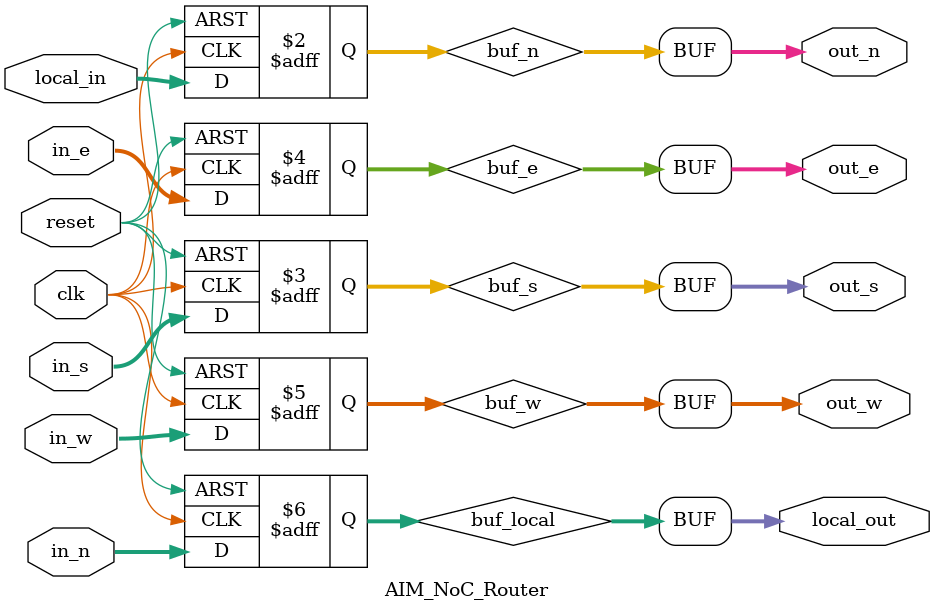
<source format=v>
module AIM_NoC_Router #(
    parameter DATA_WIDTH = 64
)(
    input clk,
    input reset,
    // Neighbor ports
    input  [DATA_WIDTH-1:0] in_n, in_s, in_e, in_w,
    output [DATA_WIDTH-1:0] out_n, out_s, out_e, out_w,
    // Local core interface
    input  [DATA_WIDTH-1:0] local_in,
    output [DATA_WIDTH-1:0] local_out
);

    // Registers for buffering (expand for pipelining/arb)
    reg [DATA_WIDTH-1:0] buf_n, buf_s, buf_e, buf_w, buf_local;

    always @(posedge clk or posedge reset) begin
        if (reset) begin
            buf_n <= 0; buf_s <= 0; buf_e <= 0; buf_w <= 0; buf_local <= 0;
        end else begin
            // Example: local_in to north, in_n to local, passthrough others
            buf_n     <= local_in;
            buf_local <= in_n;
            buf_s     <= in_s;
            buf_e     <= in_e;
            buf_w     <= in_w;
        end
    end
    assign out_n     = buf_n;
    assign out_s     = buf_s;
    assign out_e     = buf_e;
    assign out_w     = buf_w;
    assign local_out = buf_local;

    // For production: implement XY routing, buffering, arbitration, error-check.
endmodule
</source>
